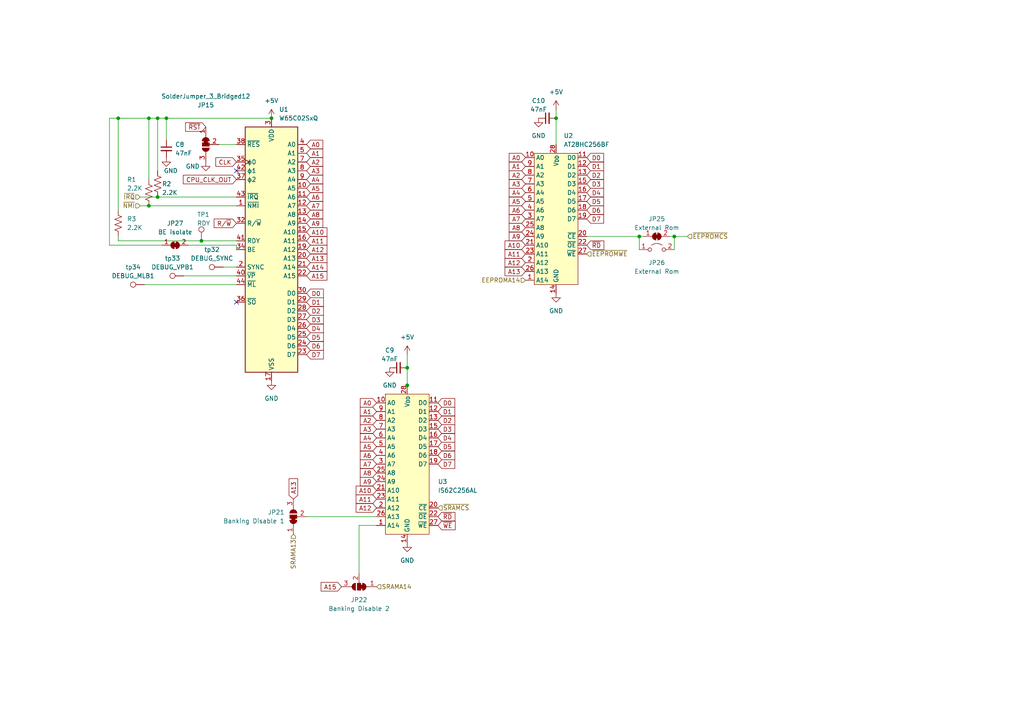
<source format=kicad_sch>
(kicad_sch (version 20230121) (generator eeschema)
  (paper "A4")
  (lib_symbols
    (symbol "Connector:TestPoint" (pin_numbers hide) (pin_names (offset 0.762) hide)
      (property "Reference" "TP" (at 0 6.858 0))
      (property "Value" "TestPoint" (at 0 5.08 0))
      (symbol "TestPoint_0_1"
        (circle (center 0 3.302) (radius 0.762))
      )
      (symbol "TestPoint_1_1"
        (pin passive line (at 0 0 90) (length 2.54) (name "1") (number "1"))
      )
    )
    (symbol "Device:C_Small" (pin_numbers hide) (pin_names (offset 0.254) hide)
      (property "Reference" "C" (at 0.254 1.778 0))
      (property "Value" "C_Small" (at 0.254 -2.032 0))
      (symbol "C_Small_0_1"
        (polyline (pts (xy -1.524 -0.508) (xy 1.524 -0.508)) (stroke (width 0.3302)))
        (polyline (pts (xy -1.524 0.508) (xy 1.524 0.508)) (stroke (width 0.3048)))
      )
      (symbol "C_Small_1_1"
        (pin passive line (at 0 2.54 270) (length 2.032) (name "~") (number "1"))
        (pin passive line (at 0 -2.54 90) (length 2.032) (name "~") (number "2"))
      )
    )
    (symbol "Device:R_US" (pin_numbers hide) (pin_names (offset 0))
      (property "Reference" "R" (at 2.54 0 90))
      (property "Value" "R_US" (at -2.54 0 90))
      (symbol "R_US_0_1"
        (polyline (pts (xy 0 -2.286) (xy 0 -2.54)))
        (polyline (pts (xy 0 2.286) (xy 0 2.54)))
        (polyline (pts (xy 0 -0.762) (xy 1.016 -1.143) (xy 0 -1.524) (xy -1.016 -1.905) (xy 0 -2.286)))
        (polyline (pts (xy 0 0.762) (xy 1.016 0.381) (xy 0 0) (xy -1.016 -0.381) (xy 0 -0.762)))
        (polyline (pts (xy 0 2.286) (xy 1.016 1.905) (xy 0 1.524) (xy -1.016 1.143) (xy 0 0.762)))
      )
      (symbol "R_US_1_1"
        (pin passive line (at 0 3.81 270) (length 1.27) (name "~") (number "1"))
        (pin passive line (at 0 -3.81 90) (length 1.27) (name "~") (number "2"))
      )
    )
    (symbol "Jumper:Jumper_2_Open" (pin_names (offset 0) hide)
      (property "Reference" "JP" (at 0 2.794 0))
      (property "Value" "Jumper_2_Open" (at 0 -2.286 0))
      (symbol "Jumper_2_Open_0_0"
        (circle (center -2.032 0) (radius 0.508))
        (circle (center 2.032 0) (radius 0.508))
      )
      (symbol "Jumper_2_Open_0_1"
        (arc (start 1.524 1.27) (mid 0 1.778) (end -1.524 1.27))
      )
      (symbol "Jumper_2_Open_1_1"
        (pin passive line (at -5.08 0 0) (length 2.54) (name "A") (number "1"))
        (pin passive line (at 5.08 0 180) (length 2.54) (name "B") (number "2"))
      )
    )
    (symbol "Jumper:SolderJumper_2_Bridged" (pin_names (offset 0) hide)
      (property "Reference" "JP" (at 0 2.032 0))
      (property "Value" "SolderJumper_2_Bridged" (at 0 -2.54 0))
      (symbol "SolderJumper_2_Bridged_0_1"
        (rectangle (start -0.508 0.508) (end 0.508 -0.508) (fill (type outline)))
        (arc (start -0.254 1.016) (mid -1.2656 0) (end -0.254 -1.016))
        (arc (start -0.254 1.016) (mid -1.2656 0) (end -0.254 -1.016) (fill (type outline)))
        (polyline (pts (xy -0.254 1.016) (xy -0.254 -1.016)))
        (polyline (pts (xy 0.254 1.016) (xy 0.254 -1.016)))
        (arc (start 0.254 -1.016) (mid 1.2656 0) (end 0.254 1.016))
        (arc (start 0.254 -1.016) (mid 1.2656 0) (end 0.254 1.016) (fill (type outline)))
      )
      (symbol "SolderJumper_2_Bridged_1_1"
        (pin passive line (at -3.81 0 0) (length 2.54) (name "A") (number "1"))
        (pin passive line (at 3.81 0 180) (length 2.54) (name "B") (number "2"))
      )
    )
    (symbol "Jumper:SolderJumper_3_Bridged12" (pin_names (offset 0) hide)
      (property "Reference" "JP" (at -2.54 -2.54 0))
      (property "Value" "SolderJumper_3_Bridged12" (at 0 2.794 0))
      (symbol "SolderJumper_3_Bridged12_0_1"
        (rectangle (start -1.016 0.508) (end -0.508 -0.508) (fill (type outline)))
        (arc (start -1.016 1.016) (mid -2.0276 0) (end -1.016 -1.016))
        (arc (start -1.016 1.016) (mid -2.0276 0) (end -1.016 -1.016) (fill (type outline)))
        (rectangle (start -0.508 1.016) (end 0.508 -1.016) (fill (type outline)))
        (polyline (pts (xy -2.54 0) (xy -2.032 0)))
        (polyline (pts (xy -1.016 1.016) (xy -1.016 -1.016)))
        (polyline (pts (xy 0 -1.27) (xy 0 -1.016)))
        (polyline (pts (xy 1.016 1.016) (xy 1.016 -1.016)))
        (polyline (pts (xy 2.54 0) (xy 2.032 0)))
        (arc (start 1.016 -1.016) (mid 2.0276 0) (end 1.016 1.016))
        (arc (start 1.016 -1.016) (mid 2.0276 0) (end 1.016 1.016) (fill (type outline)))
      )
      (symbol "SolderJumper_3_Bridged12_1_1"
        (pin passive line (at -5.08 0 0) (length 2.54) (name "A") (number "1"))
        (pin passive line (at 0 -3.81 90) (length 2.54) (name "C") (number "2"))
        (pin passive line (at 5.08 0 180) (length 2.54) (name "B") (number "3"))
      )
    )
    (symbol "New_Library:AT28HC256BF"
      (property "Reference" "U" (at 7.62 22.225 0))
      (property "Value" "AT28HC256BF" (at 8.255 19.05 0))
      (symbol "AT28HC256BF_1_1"
        (rectangle (start -6.35 16.51) (end 6.35 -21.59) (fill (type background)))
        (pin input line (at -8.89 -20.32 0) (length 2.54) (name "A14") (number "1"))
        (pin input line (at -8.89 15.24 0) (length 2.54) (name "A0") (number "10"))
        (pin bidirectional line (at 8.89 15.24 180) (length 2.54) (name "D0") (number "11"))
        (pin bidirectional line (at 8.89 12.7 180) (length 2.54) (name "D1") (number "12"))
        (pin bidirectional line (at 8.89 10.16 180) (length 2.54) (name "D2") (number "13"))
        (pin power_in line (at 0 -24.13 90) (length 2.54) (name "GND") (number "14"))
        (pin bidirectional line (at 8.89 7.62 180) (length 2.54) (name "D3") (number "15"))
        (pin bidirectional line (at 8.89 5.08 180) (length 2.54) (name "D4") (number "16"))
        (pin bidirectional line (at 8.89 2.54 180) (length 2.54) (name "D5") (number "17"))
        (pin bidirectional line (at 8.89 0 180) (length 2.54) (name "D6") (number "18"))
        (pin bidirectional line (at 8.89 -2.54 180) (length 2.54) (name "D7") (number "19"))
        (pin input line (at -8.89 -15.24 0) (length 2.54) (name "A12") (number "2"))
        (pin input line (at 8.89 -7.62 180) (length 2.54) (name "~{CE}") (number "20"))
        (pin input line (at -8.89 -10.16 0) (length 2.54) (name "A10") (number "21"))
        (pin input line (at 8.89 -10.16 180) (length 2.54) (name "~{OE}") (number "22"))
        (pin input line (at -8.89 -12.7 0) (length 2.54) (name "A11") (number "23"))
        (pin input line (at -8.89 -7.62 0) (length 2.54) (name "A9") (number "24"))
        (pin input line (at -8.89 -5.08 0) (length 2.54) (name "A8") (number "25"))
        (pin input line (at -8.89 -17.78 0) (length 2.54) (name "A13") (number "26"))
        (pin input line (at 8.89 -12.7 180) (length 2.54) (name "~{WE}") (number "27"))
        (pin power_in line (at 0 19.05 270) (length 2.54) (name "V_{DD}") (number "28"))
        (pin input line (at -8.89 -2.54 0) (length 2.54) (name "A7") (number "3"))
        (pin input line (at -8.89 0 0) (length 2.54) (name "A6") (number "4"))
        (pin input line (at -8.89 2.54 0) (length 2.54) (name "A5") (number "5"))
        (pin input line (at -8.89 5.08 0) (length 2.54) (name "A4") (number "6"))
        (pin input line (at -8.89 7.62 0) (length 2.54) (name "A3") (number "7"))
        (pin input line (at -8.89 10.16 0) (length 2.54) (name "A2") (number "8"))
        (pin input line (at -8.89 12.7 0) (length 2.54) (name "A1") (number "9"))
      )
    )
    (symbol "New_Library:IS65C256AL"
      (property "Reference" "U" (at 0 34.925 0))
      (property "Value" "IS62C256AL" (at 0 33.02 0))
      (symbol "IS65C256AL_1_1"
        (rectangle (start -6.35 20.32) (end 6.35 -20.32) (fill (type background)))
        (pin input line (at -8.89 -17.78 0) (length 2.54) (name "A14") (number "1"))
        (pin input line (at -8.89 17.78 0) (length 2.54) (name "A0") (number "10"))
        (pin bidirectional line (at 8.89 17.78 180) (length 2.54) (name "D0") (number "11"))
        (pin bidirectional line (at 8.89 15.24 180) (length 2.54) (name "D1") (number "12"))
        (pin bidirectional line (at 8.89 12.7 180) (length 2.54) (name "D2") (number "13"))
        (pin power_in line (at 0 -22.86 90) (length 2.54) (name "GND") (number "14"))
        (pin bidirectional line (at 8.89 10.16 180) (length 2.54) (name "D3") (number "15"))
        (pin bidirectional line (at 8.89 7.62 180) (length 2.54) (name "D4") (number "16"))
        (pin bidirectional line (at 8.89 5.08 180) (length 2.54) (name "D5") (number "17"))
        (pin bidirectional line (at 8.89 2.54 180) (length 2.54) (name "D6") (number "18"))
        (pin bidirectional line (at 8.89 0 180) (length 2.54) (name "D7") (number "19"))
        (pin input line (at -8.89 -12.7 0) (length 2.54) (name "A12") (number "2"))
        (pin input line (at 8.89 -12.7 180) (length 2.54) (name "~{CE}") (number "20"))
        (pin input line (at -8.89 -7.62 0) (length 2.54) (name "A10") (number "21"))
        (pin input line (at 8.89 -15.24 180) (length 2.54) (name "~{OE}") (number "22"))
        (pin input line (at -8.89 -10.16 0) (length 2.54) (name "A11") (number "23"))
        (pin input line (at -8.89 -5.08 0) (length 2.54) (name "A9") (number "24"))
        (pin input line (at -8.89 -2.54 0) (length 2.54) (name "A8") (number "25"))
        (pin input line (at -8.89 -15.24 0) (length 2.54) (name "A13") (number "26"))
        (pin input line (at 8.89 -17.78 180) (length 2.54) (name "~{WE}") (number "27"))
        (pin power_in line (at 0 22.86 270) (length 2.54) (name "V_{DD}") (number "28"))
        (pin input line (at -8.89 0 0) (length 2.54) (name "A7") (number "3"))
        (pin input line (at -8.89 2.54 0) (length 2.54) (name "A6") (number "4"))
        (pin input line (at -8.89 5.08 0) (length 2.54) (name "A5") (number "5"))
        (pin input line (at -8.89 7.62 0) (length 2.54) (name "A4") (number "6"))
        (pin input line (at -8.89 10.16 0) (length 2.54) (name "A3") (number "7"))
        (pin input line (at -8.89 12.7 0) (length 2.54) (name "A2") (number "8"))
        (pin input line (at -8.89 15.24 0) (length 2.54) (name "A1") (number "9"))
      )
    )
    (symbol "PCM_65xx-library:W65C02SxQ"
      (property "Reference" "U" (at 2.54 40.64 0))
      (property "Value" "W65C02SxQ" (at 2.54 38.1 0))
      (symbol "W65C02SxQ_0_1"
        (rectangle (start -7.62 35.56) (end 7.62 -35.56) (stroke (width 0.254)) (fill (type background)))
      )
      (symbol "W65C02SxQ_1_1"
        (pin input line (at -10.16 12.7 0) (length 2.54) (name "~{NMI}") (number "1"))
        (pin tri_state line (at 10.16 17.78 180) (length 2.54) (name "A5") (number "10"))
        (pin tri_state line (at 10.16 15.24 180) (length 2.54) (name "A6") (number "11"))
        (pin tri_state line (at 10.16 12.7 180) (length 2.54) (name "A7") (number "12"))
        (pin tri_state line (at 10.16 10.16 180) (length 2.54) (name "A8") (number "13"))
        (pin tri_state line (at 10.16 7.62 180) (length 2.54) (name "A9") (number "14"))
        (pin tri_state line (at 10.16 5.08 180) (length 2.54) (name "A10") (number "15"))
        (pin tri_state line (at 10.16 2.54 180) (length 2.54) (name "A11") (number "16"))
        (pin power_in line (at 0 -38.1 90) (length 2.54) (name "VSS") (number "17"))
        (pin passive line (at 0 -38.1 90) (length 2.54) hide (name "VSS") (number "18"))
        (pin tri_state line (at 10.16 0 180) (length 2.54) (name "A12") (number "19"))
        (pin output line (at -10.16 -5.08 0) (length 2.54) (name "SYNC") (number "2"))
        (pin tri_state line (at 10.16 -2.54 180) (length 2.54) (name "A13") (number "20"))
        (pin tri_state line (at 10.16 -5.08 180) (length 2.54) (name "A14") (number "21"))
        (pin tri_state line (at 10.16 -7.62 180) (length 2.54) (name "A15") (number "22"))
        (pin bidirectional line (at 10.16 -30.48 180) (length 2.54) (name "D7") (number "23"))
        (pin bidirectional line (at 10.16 -27.94 180) (length 2.54) (name "D6") (number "24"))
        (pin bidirectional line (at 10.16 -25.4 180) (length 2.54) (name "D5") (number "25"))
        (pin bidirectional line (at 10.16 -22.86 180) (length 2.54) (name "D4") (number "26"))
        (pin bidirectional line (at 10.16 -20.32 180) (length 2.54) (name "D3") (number "27"))
        (pin bidirectional line (at 10.16 -17.78 180) (length 2.54) (name "D2") (number "28"))
        (pin bidirectional line (at 10.16 -15.24 180) (length 2.54) (name "D1") (number "29"))
        (pin power_in line (at 0 38.1 270) (length 2.54) (name "VDD") (number "3"))
        (pin bidirectional line (at 10.16 -12.7 180) (length 2.54) (name "D0") (number "30"))
        (pin passive line (at 0 38.1 270) (length 2.54) hide (name "VDD") (number "31"))
        (pin tri_state line (at -10.16 7.62 0) (length 2.54) (name "R/~{W}") (number "32"))
        (pin no_connect non_logic (at -7.62 -27.94 0) (length 2.54) hide (name "nc") (number "33"))
        (pin input line (at -10.16 0 0) (length 2.54) (name "BE") (number "34"))
        (pin input clock (at -10.16 25.4 0) (length 2.54) (name "ϕ0") (number "35"))
        (pin input line (at -10.16 -15.24 0) (length 2.54) (name "~{SO}") (number "36"))
        (pin output line (at -10.16 20.32 0) (length 2.54) (name "ϕ2") (number "37"))
        (pin input line (at -10.16 30.48 0) (length 2.54) (name "~{RES}") (number "38"))
        (pin passive line (at 0 -38.1 90) (length 2.54) hide (name "VSS") (number "39"))
        (pin tri_state line (at 10.16 30.48 180) (length 2.54) (name "A0") (number "4"))
        (pin output line (at -10.16 -7.62 0) (length 2.54) (name "~{VP}") (number "40"))
        (pin open_collector line (at -10.16 2.54 0) (length 2.54) (name "RDY") (number "41"))
        (pin output line (at -10.16 22.86 0) (length 2.54) (name "ϕ1") (number "42"))
        (pin input line (at -10.16 15.24 0) (length 2.54) (name "~{IRQ}") (number "43"))
        (pin output line (at -10.16 -10.16 0) (length 2.54) (name "~{ML}") (number "44"))
        (pin tri_state line (at 10.16 27.94 180) (length 2.54) (name "A1") (number "5"))
        (pin no_connect non_logic (at -7.62 -25.4 0) (length 2.54) hide (name "nc") (number "6"))
        (pin tri_state line (at 10.16 25.4 180) (length 2.54) (name "A2") (number "7"))
        (pin tri_state line (at 10.16 22.86 180) (length 2.54) (name "A3") (number "8"))
        (pin tri_state line (at 10.16 20.32 180) (length 2.54) (name "A4") (number "9"))
      )
    )
    (symbol "power:+5V" (power) (pin_names (offset 0))
      (property "Value" "+5V" (at 0 3.556 0))
      (symbol "+5V_0_1"
        (polyline (pts (xy -0.762 1.27) (xy 0 2.54)))
        (polyline (pts (xy 0 0) (xy 0 2.54)))
        (polyline (pts (xy 0 2.54) (xy 0.762 1.27)))
      )
      (symbol "+5V_1_1"
        (pin power_in line (at 0 0 90) (length 0) hide (name "+5V") (number "1"))
      )
    )
    (symbol "power:GND" (power) (pin_names (offset 0))
      (property "Value" "GND" (at 0 -3.81 0))
      (symbol "GND_0_1"
        (polyline (pts (xy 0 0) (xy 0 -1.27) (xy 1.27 -1.27) (xy 0 -2.54) (xy -1.27 -1.27) (xy 0 -1.27)))
      )
      (symbol "GND_1_1"
        (pin power_in line (at 0 0 270) (length 0) hide (name "GND") (number "1"))
      )
    )
  )
  (junction (at 43.18 34.29))
  (junction (at 43.18 59.69))
  (junction (at 34.29 34.29))
  (junction (at 78.74 34.29))
  (junction (at 48.26 34.29))
  (junction (at 45.72 57.15))
  (junction (at 185.42 68.58))
  (junction (at 58.42 69.85))
  (junction (at 118.11 111.76))
  (junction (at 195.58 68.58))
  (junction (at 118.11 106.68))
  (junction (at 45.72 34.29))
  (junction (at 161.29 34.29))
  (no_connect (at 68.58 49.53))
  (no_connect (at 68.58 87.63))
  (wire (pts (xy 40.64 57.15) (xy 45.72 57.15)))
  (wire (pts (xy 46.99 71.12) (xy 31.75 71.12)))
  (wire (pts (xy 195.58 68.58) (xy 195.58 72.39)))
  (wire (pts (xy 194.31 68.58) (xy 195.58 68.58)))
  (wire (pts (xy 64.77 77.47) (xy 68.58 77.47)))
  (wire (pts (xy 185.42 68.58) (xy 186.69 68.58)))
  (wire (pts (xy 31.75 34.29) (xy 34.29 34.29)))
  (wire (pts (xy 34.29 34.29) (xy 43.18 34.29)))
  (wire (pts (xy 54.61 71.12) (xy 68.58 71.12)))
  (wire (pts (xy 41.91 82.55) (xy 68.58 82.55)))
  (wire (pts (xy 195.58 68.58) (xy 199.39 68.58)))
  (wire (pts (xy 43.18 52.07) (xy 43.18 34.29)))
  (wire (pts (xy 118.11 102.87) (xy 118.11 106.68)))
  (wire (pts (xy 104.14 152.4) (xy 109.22 152.4)))
  (wire (pts (xy 161.29 34.29) (xy 161.29 41.91)))
  (wire (pts (xy 118.11 106.68) (xy 118.11 111.76)))
  (wire (pts (xy 161.29 31.75) (xy 161.29 34.29)))
  (wire (pts (xy 43.18 34.29) (xy 45.72 34.29)))
  (wire (pts (xy 43.18 59.69) (xy 68.58 59.69)))
  (wire (pts (xy 170.18 68.58) (xy 185.42 68.58)))
  (wire (pts (xy 58.42 69.85) (xy 34.29 69.85)))
  (wire (pts (xy 45.72 34.29) (xy 48.26 34.29)))
  (wire (pts (xy 45.72 57.15) (xy 68.58 57.15)))
  (wire (pts (xy 104.14 166.37) (xy 104.14 152.4)))
  (wire (pts (xy 34.29 69.85) (xy 34.29 68.58)))
  (wire (pts (xy 48.26 40.64) (xy 48.26 34.29)))
  (wire (pts (xy 185.42 72.39) (xy 185.42 68.58)))
  (wire (pts (xy 31.75 71.12) (xy 31.75 34.29)))
  (wire (pts (xy 34.29 60.96) (xy 34.29 34.29)))
  (wire (pts (xy 118.11 111.76) (xy 118.11 113.03)))
  (wire (pts (xy 45.72 34.29) (xy 45.72 49.53)))
  (wire (pts (xy 68.58 71.12) (xy 68.58 72.39)))
  (wire (pts (xy 68.58 69.85) (xy 58.42 69.85)))
  (wire (pts (xy 40.64 59.69) (xy 43.18 59.69)))
  (wire (pts (xy 48.26 34.29) (xy 78.74 34.29)))
  (wire (pts (xy 88.9 149.86) (xy 109.22 149.86)))
  (wire (pts (xy 63.5 41.91) (xy 68.58 41.91)))
  (wire (pts (xy 53.34 80.01) (xy 68.58 80.01)))
  (global_label "A1" (shape input) (at 152.4 48.26 180) (property "Intersheetrefs" "${INTERSHEET_REFS}" (effects hide)))
  (global_label "~{RD}" (shape input) (at 170.18 71.12 0) (property "Intersheetrefs" "${INTERSHEET_REFS}" (effects hide)))
  (global_label "D6" (shape input) (at 127 132.08 0) (property "Intersheetrefs" "${INTERSHEET_REFS}" (effects hide)))
  (global_label "D6" (shape input) (at 170.18 60.96 0) (property "Intersheetrefs" "${INTERSHEET_REFS}" (effects hide)))
  (global_label "A6" (shape input) (at 152.4 60.96 180) (property "Intersheetrefs" "${INTERSHEET_REFS}" (effects hide)))
  (global_label "A6" (shape input) (at 88.9 57.15 0) (property "Intersheetrefs" "${INTERSHEET_REFS}" (effects hide)))
  (global_label "A13" (shape input) (at 85.09 144.78 90) (property "Intersheetrefs" "${INTERSHEET_REFS}" (effects hide)))
  (global_label "D4" (shape input) (at 170.18 55.88 0) (property "Intersheetrefs" "${INTERSHEET_REFS}" (effects hide)))
  (global_label "D5" (shape input) (at 127 129.54 0) (property "Intersheetrefs" "${INTERSHEET_REFS}" (effects hide)))
  (global_label "D5" (shape input) (at 88.9 97.79 0) (property "Intersheetrefs" "${INTERSHEET_REFS}" (effects hide)))
  (global_label "A3" (shape input) (at 88.9 49.53 0) (property "Intersheetrefs" "${INTERSHEET_REFS}" (effects hide)))
  (global_label "D2" (shape input) (at 170.18 50.8 0) (property "Intersheetrefs" "${INTERSHEET_REFS}" (effects hide)))
  (global_label "A8" (shape input) (at 109.22 137.16 180) (property "Intersheetrefs" "${INTERSHEET_REFS}" (effects hide)))
  (global_label "D6" (shape input) (at 88.9 100.33 0) (property "Intersheetrefs" "${INTERSHEET_REFS}" (effects hide)))
  (global_label "A4" (shape input) (at 109.22 127 180) (property "Intersheetrefs" "${INTERSHEET_REFS}" (effects hide)))
  (global_label "A8" (shape input) (at 152.4 66.04 180) (property "Intersheetrefs" "${INTERSHEET_REFS}" (effects hide)))
  (global_label "A10" (shape input) (at 88.9 67.31 0) (property "Intersheetrefs" "${INTERSHEET_REFS}" (effects hide)))
  (global_label "D7" (shape input) (at 170.18 63.5 0) (property "Intersheetrefs" "${INTERSHEET_REFS}" (effects hide)))
  (global_label "~{RD}" (shape input) (at 127 149.86 0) (property "Intersheetrefs" "${INTERSHEET_REFS}" (effects hide)))
  (global_label "A12" (shape input) (at 88.9 72.39 0) (property "Intersheetrefs" "${INTERSHEET_REFS}" (effects hide)))
  (global_label "A13" (shape input) (at 88.9 74.93 0) (property "Intersheetrefs" "${INTERSHEET_REFS}" (effects hide)))
  (global_label "A10" (shape input) (at 152.4 71.12 180) (property "Intersheetrefs" "${INTERSHEET_REFS}" (effects hide)))
  (global_label "D4" (shape input) (at 127 127 0) (property "Intersheetrefs" "${INTERSHEET_REFS}" (effects hide)))
  (global_label "R{slash}~{W}" (shape input) (at 68.58 64.77 180) (property "Intersheetrefs" "${INTERSHEET_REFS}" (effects hide)))
  (global_label "A5" (shape input) (at 152.4 58.42 180) (property "Intersheetrefs" "${INTERSHEET_REFS}" (effects hide)))
  (global_label "A15" (shape input) (at 99.06 170.18 180) (property "Intersheetrefs" "${INTERSHEET_REFS}" (effects hide)))
  (global_label "A14" (shape input) (at 88.9 77.47 0) (property "Intersheetrefs" "${INTERSHEET_REFS}" (effects hide)))
  (global_label "CLK" (shape input) (at 68.58 46.99 180) (property "Intersheetrefs" "${INTERSHEET_REFS}" (effects hide)))
  (global_label "A9" (shape input) (at 152.4 68.58 180) (property "Intersheetrefs" "${INTERSHEET_REFS}" (effects hide)))
  (global_label "A0" (shape input) (at 152.4 45.72 180) (property "Intersheetrefs" "${INTERSHEET_REFS}" (effects hide)))
  (global_label "A5" (shape input) (at 109.22 129.54 180) (property "Intersheetrefs" "${INTERSHEET_REFS}" (effects hide)))
  (global_label "A12" (shape input) (at 109.22 147.32 180) (property "Intersheetrefs" "${INTERSHEET_REFS}" (effects hide)))
  (global_label "D2" (shape input) (at 127 121.92 0) (property "Intersheetrefs" "${INTERSHEET_REFS}" (effects hide)))
  (global_label "D0" (shape input) (at 127 116.84 0) (property "Intersheetrefs" "${INTERSHEET_REFS}" (effects hide)))
  (global_label "D7" (shape input) (at 88.9 102.87 0) (property "Intersheetrefs" "${INTERSHEET_REFS}" (effects hide)))
  (global_label "D1" (shape input) (at 170.18 48.26 0) (property "Intersheetrefs" "${INTERSHEET_REFS}" (effects hide)))
  (global_label "D4" (shape input) (at 88.9 95.25 0) (property "Intersheetrefs" "${INTERSHEET_REFS}" (effects hide)))
  (global_label "A5" (shape input) (at 88.9 54.61 0) (property "Intersheetrefs" "${INTERSHEET_REFS}" (effects hide)))
  (global_label "A9" (shape input) (at 109.22 139.7 180) (property "Intersheetrefs" "${INTERSHEET_REFS}" (effects hide)))
  (global_label "A0" (shape input) (at 88.9 41.91 0) (property "Intersheetrefs" "${INTERSHEET_REFS}" (effects hide)))
  (global_label "CPU_CLK_OUT" (shape input) (at 68.58 52.07 180) (property "Intersheetrefs" "${INTERSHEET_REFS}" (effects hide)))
  (global_label "A4" (shape input) (at 152.4 55.88 180) (property "Intersheetrefs" "${INTERSHEET_REFS}" (effects hide)))
  (global_label "A13" (shape input) (at 152.4 78.74 180) (property "Intersheetrefs" "${INTERSHEET_REFS}" (effects hide)))
  (global_label "D5" (shape input) (at 170.18 58.42 0) (property "Intersheetrefs" "${INTERSHEET_REFS}" (effects hide)))
  (global_label "A15" (shape input) (at 88.9 80.01 0) (property "Intersheetrefs" "${INTERSHEET_REFS}" (effects hide)))
  (global_label "A1" (shape input) (at 88.9 44.45 0) (property "Intersheetrefs" "${INTERSHEET_REFS}" (effects hide)))
  (global_label "D2" (shape input) (at 88.9 90.17 0) (property "Intersheetrefs" "${INTERSHEET_REFS}" (effects hide)))
  (global_label "D1" (shape input) (at 88.9 87.63 0) (property "Intersheetrefs" "${INTERSHEET_REFS}" (effects hide)))
  (global_label "A10" (shape input) (at 109.22 142.24 180) (property "Intersheetrefs" "${INTERSHEET_REFS}" (effects hide)))
  (global_label "A2" (shape input) (at 152.4 50.8 180) (property "Intersheetrefs" "${INTERSHEET_REFS}" (effects hide)))
  (global_label "A7" (shape input) (at 109.22 134.62 180) (property "Intersheetrefs" "${INTERSHEET_REFS}" (effects hide)))
  (global_label "A7" (shape input) (at 88.9 59.69 0) (property "Intersheetrefs" "${INTERSHEET_REFS}" (effects hide)))
  (global_label "D3" (shape input) (at 127 124.46 0) (property "Intersheetrefs" "${INTERSHEET_REFS}" (effects hide)))
  (global_label "D3" (shape input) (at 88.9 92.71 0) (property "Intersheetrefs" "${INTERSHEET_REFS}" (effects hide)))
  (global_label "A7" (shape input) (at 152.4 63.5 180) (property "Intersheetrefs" "${INTERSHEET_REFS}" (effects hide)))
  (global_label "A1" (shape input) (at 109.22 119.38 180) (property "Intersheetrefs" "${INTERSHEET_REFS}" (effects hide)))
  (global_label "A11" (shape input) (at 152.4 73.66 180) (property "Intersheetrefs" "${INTERSHEET_REFS}" (effects hide)))
  (global_label "A12" (shape input) (at 152.4 76.2 180) (property "Intersheetrefs" "${INTERSHEET_REFS}" (effects hide)))
  (global_label "D0" (shape input) (at 88.9 85.09 0) (property "Intersheetrefs" "${INTERSHEET_REFS}" (effects hide)))
  (global_label "A11" (shape input) (at 109.22 144.78 180) (property "Intersheetrefs" "${INTERSHEET_REFS}" (effects hide)))
  (global_label "A4" (shape input) (at 88.9 52.07 0) (property "Intersheetrefs" "${INTERSHEET_REFS}" (effects hide)))
  (global_label "A3" (shape input) (at 109.22 124.46 180) (property "Intersheetrefs" "${INTERSHEET_REFS}" (effects hide)))
  (global_label "A9" (shape input) (at 88.9 64.77 0) (property "Intersheetrefs" "${INTERSHEET_REFS}" (effects hide)))
  (global_label "A3" (shape input) (at 152.4 53.34 180) (property "Intersheetrefs" "${INTERSHEET_REFS}" (effects hide)))
  (global_label "A11" (shape input) (at 88.9 69.85 0) (property "Intersheetrefs" "${INTERSHEET_REFS}" (effects hide)))
  (global_label "~{RST}" (shape input) (at 59.69 36.83 180) (property "Intersheetrefs" "${INTERSHEET_REFS}" (effects hide)))
  (global_label "D1" (shape input) (at 127 119.38 0) (property "Intersheetrefs" "${INTERSHEET_REFS}" (effects hide)))
  (global_label "~{WE}" (shape input) (at 127 152.4 0) (property "Intersheetrefs" "${INTERSHEET_REFS}" (effects hide)))
  (global_label "A2" (shape input) (at 109.22 121.92 180) (property "Intersheetrefs" "${INTERSHEET_REFS}" (effects hide)))
  (global_label "D3" (shape input) (at 170.18 53.34 0) (property "Intersheetrefs" "${INTERSHEET_REFS}" (effects hide)))
  (global_label "A6" (shape input) (at 109.22 132.08 180) (property "Intersheetrefs" "${INTERSHEET_REFS}" (effects hide)))
  (global_label "A8" (shape input) (at 88.9 62.23 0) (property "Intersheetrefs" "${INTERSHEET_REFS}" (effects hide)))
  (global_label "A2" (shape input) (at 88.9 46.99 0) (property "Intersheetrefs" "${INTERSHEET_REFS}" (effects hide)))
  (global_label "A0" (shape input) (at 109.22 116.84 180) (property "Intersheetrefs" "${INTERSHEET_REFS}" (effects hide)))
  (global_label "D7" (shape input) (at 127 134.62 0) (property "Intersheetrefs" "${INTERSHEET_REFS}" (effects hide)))
  (global_label "D0" (shape input) (at 170.18 45.72 0) (property "Intersheetrefs" "${INTERSHEET_REFS}" (effects hide)))
  (hierarchical_label "~{SRAMCS}" (shape input) (at 127 147.32 0))
  (hierarchical_label "~{IRQ}" (shape input) (at 40.64 57.15 180))
  (hierarchical_label "EEPROMA14" (shape input) (at 152.4 81.28 180))
  (hierarchical_label "SRAMA14" (shape input) (at 109.22 170.18 0))
  (hierarchical_label "~{NMI}" (shape input) (at 40.64 59.69 180))
  (hierarchical_label "~{EEPROMCS}" (shape input) (at 199.39 68.58 0))
  (hierarchical_label "~{EEPROMWE}" (shape input) (at 170.18 73.66 0))
  (hierarchical_label "SRAMA13" (shape input) (at 85.09 154.94 270))
  (symbol (lib_id "Device:R_US") (at 45.72 53.34 0) (unit 1)
    (property "Reference" "R2" (at 46.99 53.34 0) (effects (justify left)))
    (property "Value" "2.2K" (at 46.99 55.88 0) (effects (justify left)))
    (property "Footprint" "Resistor_SMD:R_0603_1608Metric_Pad0.98x0.95mm_HandSolder" (effects hide))
  )
  (symbol (lib_id "power:+5V") (at 118.11 102.87 0) (unit 1)
    (property "Reference" "#PWR03" (effects hide))
    (property "Value" "+5V" (at 118.11 97.79 0))
  )
  (symbol (lib_id "power:GND") (at 59.69 46.99 0) (unit 1)
    (property "Reference" "#PWR0201" (effects hide))
    (property "Value" "GND" (at 55.88 48.26 0))
  )
  (symbol (lib_id "Device:C_Small") (at 115.57 106.68 90) (unit 1)
    (property "Reference" "C9" (at 113.03 101.6 90))
    (property "Value" "47nF" (at 113.03 104.14 90))
    (property "Footprint" "Capacitor_SMD:C_0603_1608Metric_Pad1.08x0.95mm_HandSolder" (effects hide))
  )
  (symbol (lib_id "Device:R_US") (at 43.18 55.88 0) (unit 1)
    (property "Reference" "R1" (at 36.83 52.07 0) (effects (justify left)))
    (property "Value" "2.2K" (at 36.83 54.61 0) (effects (justify left)))
    (property "Footprint" "Resistor_SMD:R_0603_1608Metric_Pad0.98x0.95mm_HandSolder" (effects hide))
  )
  (symbol (lib_id "power:+5V") (at 161.29 31.75 0) (unit 1)
    (property "Reference" "#PWR06" (effects hide))
    (property "Value" "+5V" (at 161.29 26.67 0))
  )
  (symbol (lib_id "New_Library:AT28HC256BF") (at 161.29 60.96 0) (unit 1)
    (property "Reference" "U2" (at 163.4841 39.37 0) (effects (justify left)))
    (property "Value" "AT28HC256BF" (at 163.4841 41.91 0) (effects (justify left)))
    (property "Footprint" "Package_SO:SOIC-28W_7.5x17.9mm_P1.27mm" (effects hide))
    (property "Datasheet" "https://www.mouser.com/datasheet/2/268/doc3648-1115086.pdf" (effects hide))
  )
  (symbol (lib_id "PCM_65xx-library:W65C02SxQ") (at 78.74 72.39 0) (unit 1)
    (property "Reference" "U1" (at 80.9341 31.75 0) (effects (justify left)))
    (property "Value" "W65C02SxQ" (at 80.9341 34.29 0) (effects (justify left)))
    (property "Footprint" "Package_QFP:MQFP-44_10x10mm_P0.8mm" (effects hide))
    (property "Datasheet" "http://www.westerndesigncenter.com/wdc/documentation/w65c02s.pdf" (effects hide))
  )
  (symbol (lib_id "Device:R_US") (at 34.29 64.77 0) (unit 1)
    (property "Reference" "R3" (at 36.83 63.5 0) (effects (justify left)))
    (property "Value" "2.2K" (at 36.83 66.04 0) (effects (justify left)))
    (property "Footprint" "Resistor_SMD:R_0603_1608Metric_Pad0.98x0.95mm_HandSolder" (effects hide))
  )
  (symbol (lib_id "Device:C_Small") (at 48.26 43.18 0) (unit 1)
    (property "Reference" "C8" (at 50.8 41.9163 0) (effects (justify left)))
    (property "Value" "47nF" (at 50.8 44.4563 0) (effects (justify left)))
    (property "Footprint" "Capacitor_SMD:C_0603_1608Metric_Pad1.08x0.95mm_HandSolder" (effects hide))
  )
  (symbol (lib_id "Connector:TestPoint") (at 53.34 80.01 90) (unit 1)
    (property "Reference" "tp33" (at 50.038 74.93 90))
    (property "Value" "DEBUG_VPB1" (at 50.038 77.47 90))
    (property "Footprint" "TestPoint:TestPoint_Pad_D2.0mm" (effects hide))
  )
  (symbol (lib_id "power:GND") (at 161.29 85.09 0) (unit 1)
    (property "Reference" "#PWR04" (effects hide))
    (property "Value" "GND" (at 161.29 90.17 0))
  )
  (symbol (lib_id "Jumper:Jumper_2_Open") (at 190.5 72.39 0) (unit 1)
    (property "Reference" "JP26" (at 190.5 76.2 0))
    (property "Value" "External Rom" (at 190.5 78.74 0))
    (property "Footprint" "Connector_PinHeader_2.54mm:PinHeader_1x02_P2.54mm_Vertical" (effects hide))
  )
  (symbol (lib_id "Device:C_Small") (at 158.75 34.29 90) (unit 1)
    (property "Reference" "C10" (at 156.21 29.21 90))
    (property "Value" "47nF" (at 156.21 31.75 90))
    (property "Footprint" "Capacitor_SMD:C_0603_1608Metric_Pad1.08x0.95mm_HandSolder" (effects hide))
  )
  (symbol (lib_id "power:GND") (at 118.11 157.48 0) (unit 1)
    (property "Reference" "#PWR05" (effects hide))
    (property "Value" "GND" (at 118.11 162.56 0))
  )
  (symbol (lib_id "Jumper:SolderJumper_3_Bridged12") (at 104.14 170.18 180) (unit 1)
    (property "Reference" "JP22" (at 104.14 173.99 0))
    (property "Value" "Banking Disable 2" (at 104.14 176.53 0))
    (property "Footprint" "Jumper:SolderJumper-3_P1.3mm_Bridged12_RoundedPad1.0x1.5mm_NumberLabels" (effects hide))
  )
  (symbol (lib_id "Jumper:SolderJumper_2_Bridged") (at 190.5 68.58 0) (unit 1)
    (property "Reference" "JP25" (at 190.5 63.5 0))
    (property "Value" "External Rom" (at 190.5 66.04 0))
    (property "Footprint" "Jumper:SolderJumper-2_P1.3mm_Bridged2Bar_RoundedPad1.0x1.5mm" (effects hide))
  )
  (symbol (lib_id "Jumper:SolderJumper_3_Bridged12") (at 59.69 41.91 90) (mirror x) (unit 1)
    (property "Reference" "JP15" (at 59.69 30.48 90))
    (property "Value" "SolderJumper_3_Bridged12" (at 59.69 27.94 90))
    (property "Footprint" "Jumper:SolderJumper-3_P1.3mm_Bridged12_RoundedPad1.0x1.5mm_NumberLabels" (effects hide))
  )
  (symbol (lib_id "power:GND") (at 48.26 45.72 0) (unit 1)
    (property "Reference" "#PWR0127" (effects hide))
    (property "Value" "GND" (at 49.53 49.53 0))
  )
  (symbol (lib_id "power:GND") (at 113.03 106.68 0) (unit 1)
    (property "Reference" "#PWR0128" (effects hide))
    (property "Value" "GND" (at 113.03 111.76 0))
  )
  (symbol (lib_id "power:GND") (at 156.21 34.29 0) (unit 1)
    (property "Reference" "#PWR0129" (effects hide))
    (property "Value" "GND" (at 156.21 39.37 0))
  )
  (symbol (lib_id "power:GND") (at 78.74 110.49 0) (unit 1)
    (property "Reference" "#PWR01" (effects hide))
    (property "Value" "GND" (at 78.74 115.57 0))
  )
  (symbol (lib_id "Jumper:SolderJumper_3_Bridged12") (at 85.09 149.86 90) (unit 1)
    (property "Reference" "JP21" (at 82.55 148.59 90) (effects (justify left)))
    (property "Value" "Banking Disable 1" (at 82.55 151.13 90) (effects (justify left)))
    (property "Footprint" "Jumper:SolderJumper-3_P1.3mm_Bridged12_RoundedPad1.0x1.5mm_NumberLabels" (effects hide))
  )
  (symbol (lib_id "Connector:TestPoint") (at 58.42 69.85 0) (unit 1)
    (property "Reference" "TP1" (at 57.15 62.23 0) (effects (justify left)))
    (property "Value" "RDY" (at 57.15 64.77 0) (effects (justify left)))
    (property "Footprint" "TestPoint:TestPoint_Pad_D2.0mm" (effects hide))
  )
  (symbol (lib_id "Connector:TestPoint") (at 64.77 77.47 90) (unit 1)
    (property "Reference" "tp32" (at 61.468 72.39 90))
    (property "Value" "DEBUG_SYNC" (at 61.468 74.93 90))
    (property "Footprint" "TestPoint:TestPoint_Pad_D2.0mm" (effects hide))
  )
  (symbol (lib_id "New_Library:IS65C256AL") (at 118.11 134.62 0) (unit 1)
    (property "Reference" "U3" (at 127 139.7 0) (effects (justify left)))
    (property "Value" "IS62C256AL" (at 127 142.24 0) (effects (justify left)))
    (property "Footprint" "Package_SO:SOIC-28W_7.5x17.9mm_P1.27mm" (effects hide))
    (property "Datasheet" "https://www.mouser.com/datasheet/2/198/62-65C256AL-258444.pdf" (effects hide))
  )
  (symbol (lib_id "Connector:TestPoint") (at 41.91 82.55 90) (unit 1)
    (property "Reference" "tp34" (at 38.608 77.47 90))
    (property "Value" "DEBUG_MLB1" (at 38.608 80.01 90))
    (property "Footprint" "TestPoint:TestPoint_Pad_D2.0mm" (effects hide))
  )
  (symbol (lib_id "power:+5V") (at 78.74 34.29 0) (unit 1)
    (property "Reference" "#PWR02" (effects hide))
    (property "Value" "+5V" (at 78.74 29.21 0))
  )
  (symbol (lib_id "Jumper:SolderJumper_2_Bridged") (at 50.8 71.12 0) (unit 1)
    (property "Reference" "JP27" (at 50.8 64.77 0))
    (property "Value" "BE isolate" (at 50.8 67.31 0))
    (property "Footprint" "Jumper:SolderJumper-2_P1.3mm_Bridged2Bar_RoundedPad1.0x1.5mm" (effects hide))
  )
)
</source>
